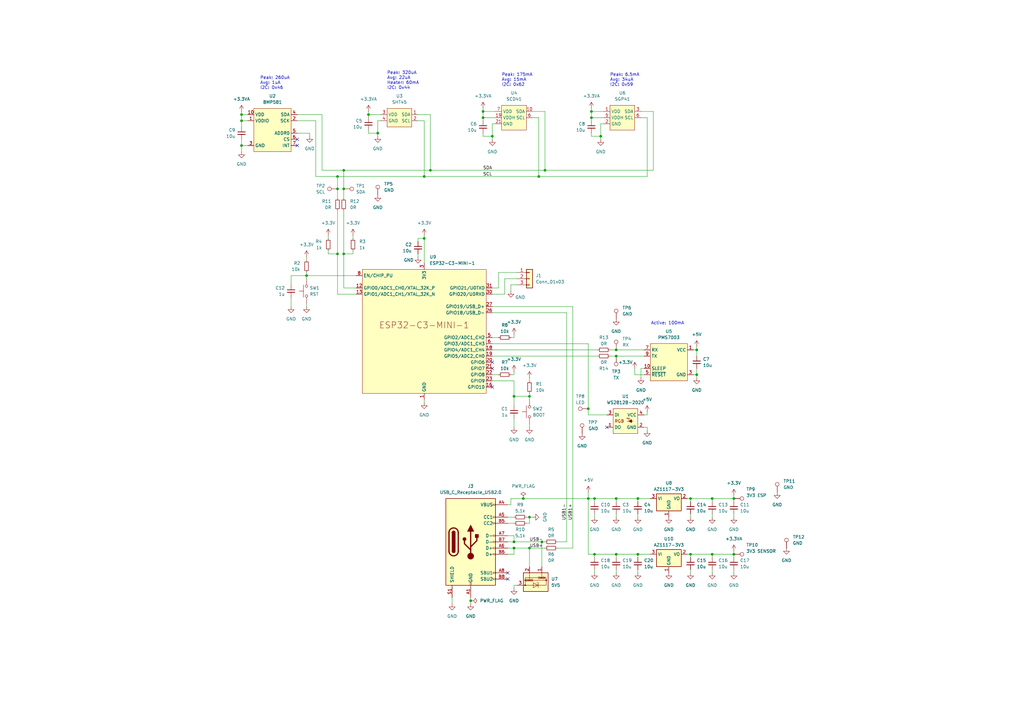
<source format=kicad_sch>
(kicad_sch (version 20230121) (generator eeschema)
  (paper "A3")
  (title_block (title "AirMonitor") (date "2023-12-09") (rev "1.0.0") (company "Jakub Jendryka"))
  (bus_alias "I2C" (members "SDA" "SCL"))
  (bus_alias "JTAG" (members "TCK" "TDI" "TDO" "TMS"))
  (bus_alias "UART0" (members "TXD0" "RXD0" "RTS#0" "DTR#0"))
  (bus_alias "UART1" (members "RXD1" "TXD1"))
  (junction (at 261.62 227.33))
  (junction (at 154.94 54.61))
  (junction (at 140.97 77.47))
  (junction (at 214.63 204.47))
  (junction (at 198.12 48.26))
  (junction (at 138.43 104.14))
  (junction (at 201.93 55.88))
  (junction (at 300.99 204.47))
  (junction (at 173.99 97.79))
  (junction (at 241.3 204.47))
  (junction (at 261.62 204.47))
  (junction (at 99.06 46.99))
  (junction (at 125.73 113.03))
  (junction (at 138.43 77.47))
  (junction (at 243.84 204.47))
  (junction (at 285.75 153.67))
  (junction (at 220.98 72.39))
  (junction (at 252.73 146.05))
  (junction (at 242.57 45.72))
  (junction (at 246.38 55.88))
  (junction (at 217.17 212.09))
  (junction (at 292.1 227.33))
  (junction (at 198.12 45.72))
  (junction (at 217.17 162.56))
  (junction (at 223.52 69.85))
  (junction (at 140.97 104.14))
  (junction (at 243.84 227.33))
  (junction (at 210.82 162.56))
  (junction (at 176.53 69.85))
  (junction (at 138.43 72.39))
  (junction (at 292.1 204.47))
  (junction (at 151.13 46.99))
  (junction (at 210.82 224.79))
  (junction (at 173.99 72.39))
  (junction (at 99.06 49.53))
  (junction (at 99.06 59.69))
  (junction (at 241.3 167.64))
  (junction (at 252.73 227.33))
  (junction (at 283.21 227.33))
  (junction (at 140.97 69.85))
  (junction (at 193.04 246.38))
  (junction (at 217.17 224.79))
  (junction (at 242.57 48.26))
  (junction (at 210.82 222.25))
  (junction (at 252.73 143.51))
  (junction (at 300.99 227.33))
  (junction (at 252.73 204.47))
  (junction (at 222.25 222.25))
  (junction (at 285.75 143.51))
  (junction (at 283.21 204.47))
  (no_connect (at 248.92 175.26))
  (no_connect (at 208.28 234.95))
  (no_connect (at 201.93 151.13))
  (no_connect (at 121.92 59.69))
  (no_connect (at 201.93 158.75))
  (no_connect (at 121.92 57.15))
  (no_connect (at 201.93 148.59))
  (no_connect (at 208.28 237.49))
  (wire (pts (xy 223.52 69.85) (xy 267.97 69.85)))
  (wire (pts (xy 300.99 227.33) (xy 300.99 228.6)))
  (wire (pts (xy 210.82 162.56) (xy 217.17 162.56)))
  (wire (pts (xy 252.73 210.82) (xy 252.73 212.09)))
  (wire (pts (xy 140.97 69.85) (xy 176.53 69.85)))
  (wire (pts (xy 265.43 168.91) (xy 265.43 170.18)))
  (wire (pts (xy 217.17 214.63) (xy 215.9 214.63)))
  (wire (pts (xy 300.99 226.06) (xy 300.99 227.33)))
  (wire (pts (xy 300.99 204.47) (xy 300.99 205.74)))
  (wire (pts (xy 210.82 152.4) (xy 210.82 153.67)))
  (wire (pts (xy 198.12 45.72) (xy 203.2 45.72)))
  (wire (pts (xy 201.93 118.11) (xy 204.47 118.11)))
  (wire (pts (xy 261.62 233.68) (xy 261.62 234.95)))
  (wire (pts (xy 285.75 151.13) (xy 285.75 153.67)))
  (wire (pts (xy 173.99 163.83) (xy 173.99 165.1)))
  (wire (pts (xy 228.6 224.79) (xy 234.95 224.79)))
  (wire (pts (xy 222.25 222.25) (xy 223.52 222.25)))
  (wire (pts (xy 243.84 227.33) (xy 252.73 227.33)))
  (wire (pts (xy 171.45 46.99) (xy 176.53 46.99)))
  (wire (pts (xy 246.38 50.8) (xy 247.65 50.8)))
  (wire (pts (xy 198.12 45.72) (xy 198.12 44.45)))
  (wire (pts (xy 252.73 227.33) (xy 261.62 227.33)))
  (wire (pts (xy 204.47 111.76) (xy 212.09 111.76)))
  (wire (pts (xy 210.82 214.63) (xy 208.28 214.63)))
  (wire (pts (xy 201.93 153.67) (xy 204.47 153.67)))
  (wire (pts (xy 210.82 162.56) (xy 210.82 156.21)))
  (wire (pts (xy 99.06 46.99) (xy 101.6 46.99)))
  (wire (pts (xy 261.62 204.47) (xy 266.7 204.47)))
  (wire (pts (xy 217.17 161.29) (xy 217.17 162.56)))
  (wire (pts (xy 119.38 113.03) (xy 119.38 116.84)))
  (wire (pts (xy 300.99 203.2) (xy 300.99 204.47)))
  (wire (pts (xy 242.57 54.61) (xy 242.57 55.88)))
  (wire (pts (xy 228.6 222.25) (xy 232.41 222.25)))
  (wire (pts (xy 217.17 212.09) (xy 218.44 212.09)))
  (wire (pts (xy 223.52 45.72) (xy 218.44 45.72)))
  (wire (pts (xy 220.98 72.39) (xy 173.99 72.39)))
  (wire (pts (xy 201.93 128.27) (xy 232.41 128.27)))
  (wire (pts (xy 243.84 204.47) (xy 252.73 204.47)))
  (wire (pts (xy 252.73 233.68) (xy 252.73 234.95)))
  (wire (pts (xy 204.47 118.11) (xy 204.47 111.76)))
  (wire (pts (xy 140.97 86.36) (xy 140.97 104.14)))
  (wire (pts (xy 173.99 49.53) (xy 173.99 72.39)))
  (wire (pts (xy 125.73 124.46) (xy 125.73 125.73)))
  (wire (pts (xy 125.73 113.03) (xy 119.38 113.03)))
  (wire (pts (xy 127 55.88) (xy 127 54.61)))
  (wire (pts (xy 285.75 142.24) (xy 285.75 143.51)))
  (wire (pts (xy 292.1 205.74) (xy 292.1 204.47)))
  (wire (pts (xy 193.04 246.38) (xy 193.04 245.11)))
  (wire (pts (xy 154.94 54.61) (xy 154.94 49.53)))
  (wire (pts (xy 99.06 46.99) (xy 99.06 45.72)))
  (wire (pts (xy 210.82 240.03) (xy 212.09 240.03)))
  (wire (pts (xy 223.52 69.85) (xy 223.52 45.72)))
  (wire (pts (xy 212.09 114.3) (xy 207.01 114.3)))
  (wire (pts (xy 151.13 46.99) (xy 156.21 46.99)))
  (wire (pts (xy 265.43 48.26) (xy 265.43 72.39)))
  (wire (pts (xy 140.97 118.11) (xy 140.97 104.14)))
  (wire (pts (xy 217.17 224.79) (xy 217.17 232.41)))
  (wire (pts (xy 283.21 204.47) (xy 281.94 204.47)))
  (wire (pts (xy 283.21 210.82) (xy 283.21 212.09)))
  (wire (pts (xy 193.04 247.65) (xy 193.04 246.38)))
  (wire (pts (xy 241.3 140.97) (xy 241.3 167.64)))
  (wire (pts (xy 210.82 137.16) (xy 210.82 138.43)))
  (wire (pts (xy 176.53 46.99) (xy 176.53 69.85)))
  (wire (pts (xy 125.73 113.03) (xy 125.73 114.3)))
  (wire (pts (xy 218.44 48.26) (xy 220.98 48.26)))
  (wire (pts (xy 217.17 173.99) (xy 217.17 175.26)))
  (wire (pts (xy 201.93 146.05) (xy 245.11 146.05)))
  (wire (pts (xy 208.28 222.25) (xy 210.82 222.25)))
  (wire (pts (xy 140.97 118.11) (xy 146.05 118.11)))
  (wire (pts (xy 144.78 104.14) (xy 144.78 102.87)))
  (wire (pts (xy 252.73 205.74) (xy 252.73 204.47)))
  (wire (pts (xy 154.94 55.88) (xy 154.94 54.61)))
  (wire (pts (xy 262.89 154.94) (xy 262.89 151.13)))
  (wire (pts (xy 261.62 228.6) (xy 261.62 227.33)))
  (wire (pts (xy 99.06 59.69) (xy 99.06 62.23)))
  (wire (pts (xy 151.13 46.99) (xy 151.13 45.72)))
  (wire (pts (xy 285.75 143.51) (xy 284.48 143.51)))
  (wire (pts (xy 261.62 205.74) (xy 261.62 204.47)))
  (wire (pts (xy 234.95 125.73) (xy 201.93 125.73)))
  (wire (pts (xy 261.62 210.82) (xy 261.62 212.09)))
  (wire (pts (xy 232.41 128.27) (xy 232.41 222.25)))
  (wire (pts (xy 241.3 167.64) (xy 241.3 170.18)))
  (wire (pts (xy 292.1 210.82) (xy 292.1 212.09)))
  (wire (pts (xy 252.73 204.47) (xy 261.62 204.47)))
  (wire (pts (xy 243.84 233.68) (xy 243.84 234.95)))
  (wire (pts (xy 243.84 210.82) (xy 243.84 212.09)))
  (wire (pts (xy 209.55 119.38) (xy 209.55 116.84)))
  (wire (pts (xy 220.98 72.39) (xy 265.43 72.39)))
  (wire (pts (xy 144.78 96.52) (xy 144.78 97.79)))
  (wire (pts (xy 151.13 53.34) (xy 151.13 54.61)))
  (wire (pts (xy 208.28 207.01) (xy 209.55 207.01)))
  (wire (pts (xy 151.13 54.61) (xy 154.94 54.61)))
  (wire (pts (xy 252.73 143.51) (xy 264.16 143.51)))
  (wire (pts (xy 151.13 46.99) (xy 151.13 48.26)))
  (wire (pts (xy 241.3 204.47) (xy 241.3 227.33)))
  (wire (pts (xy 246.38 55.88) (xy 246.38 50.8)))
  (wire (pts (xy 300.99 210.82) (xy 300.99 212.09)))
  (wire (pts (xy 283.21 227.33) (xy 281.94 227.33)))
  (wire (pts (xy 220.98 48.26) (xy 220.98 72.39)))
  (wire (pts (xy 134.62 104.14) (xy 138.43 104.14)))
  (wire (pts (xy 283.21 228.6) (xy 283.21 227.33)))
  (wire (pts (xy 198.12 48.26) (xy 198.12 49.53)))
  (wire (pts (xy 252.73 228.6) (xy 252.73 227.33)))
  (wire (pts (xy 241.3 140.97) (xy 201.93 140.97)))
  (wire (pts (xy 99.06 57.15) (xy 99.06 59.69)))
  (wire (pts (xy 241.3 227.33) (xy 243.84 227.33)))
  (wire (pts (xy 217.17 212.09) (xy 217.17 214.63)))
  (wire (pts (xy 210.82 227.33) (xy 210.82 224.79)))
  (wire (pts (xy 125.73 105.41) (xy 125.73 106.68)))
  (wire (pts (xy 138.43 104.14) (xy 138.43 120.65)))
  (wire (pts (xy 214.63 204.47) (xy 241.3 204.47)))
  (wire (pts (xy 260.35 151.13) (xy 260.35 153.67)))
  (wire (pts (xy 243.84 228.6) (xy 243.84 227.33)))
  (wire (pts (xy 243.84 205.74) (xy 243.84 204.47)))
  (wire (pts (xy 210.82 162.56) (xy 210.82 166.37)))
  (wire (pts (xy 210.82 222.25) (xy 210.82 219.71)))
  (wire (pts (xy 292.1 204.47) (xy 300.99 204.47)))
  (wire (pts (xy 140.97 77.47) (xy 140.97 81.28)))
  (wire (pts (xy 132.08 46.99) (xy 132.08 69.85)))
  (wire (pts (xy 242.57 45.72) (xy 242.57 44.45)))
  (wire (pts (xy 283.21 204.47) (xy 292.1 204.47)))
  (wire (pts (xy 292.1 228.6) (xy 292.1 227.33)))
  (wire (pts (xy 208.28 212.09) (xy 210.82 212.09)))
  (wire (pts (xy 210.82 224.79) (xy 208.28 224.79)))
  (wire (pts (xy 250.19 143.51) (xy 252.73 143.51)))
  (wire (pts (xy 222.25 232.41) (xy 222.25 222.25)))
  (wire (pts (xy 198.12 48.26) (xy 203.2 48.26)))
  (wire (pts (xy 129.54 72.39) (xy 138.43 72.39)))
  (wire (pts (xy 173.99 97.79) (xy 173.99 107.95)))
  (wire (pts (xy 201.93 55.88) (xy 201.93 50.8)))
  (wire (pts (xy 99.06 49.53) (xy 99.06 52.07)))
  (wire (pts (xy 285.75 143.51) (xy 285.75 146.05)))
  (wire (pts (xy 171.45 99.06) (xy 171.45 97.79)))
  (wire (pts (xy 264.16 175.26) (xy 265.43 175.26)))
  (wire (pts (xy 242.57 48.26) (xy 247.65 48.26)))
  (wire (pts (xy 154.94 49.53) (xy 156.21 49.53)))
  (wire (pts (xy 209.55 138.43) (xy 210.82 138.43)))
  (wire (pts (xy 217.17 154.94) (xy 217.17 156.21)))
  (wire (pts (xy 242.57 48.26) (xy 242.57 45.72)))
  (wire (pts (xy 209.55 116.84) (xy 212.09 116.84)))
  (wire (pts (xy 132.08 69.85) (xy 140.97 69.85)))
  (wire (pts (xy 300.99 233.68) (xy 300.99 234.95)))
  (wire (pts (xy 119.38 121.92) (xy 119.38 125.73)))
  (wire (pts (xy 99.06 59.69) (xy 101.6 59.69)))
  (wire (pts (xy 283.21 227.33) (xy 292.1 227.33)))
  (wire (pts (xy 262.89 151.13) (xy 264.16 151.13)))
  (wire (pts (xy 171.45 49.53) (xy 173.99 49.53)))
  (wire (pts (xy 260.35 153.67) (xy 264.16 153.67)))
  (wire (pts (xy 210.82 222.25) (xy 222.25 222.25)))
  (wire (pts (xy 285.75 153.67) (xy 284.48 153.67)))
  (wire (pts (xy 99.06 46.99) (xy 99.06 49.53)))
  (wire (pts (xy 209.55 153.67) (xy 210.82 153.67)))
  (wire (pts (xy 292.1 227.33) (xy 300.99 227.33)))
  (wire (pts (xy 138.43 72.39) (xy 173.99 72.39)))
  (wire (pts (xy 171.45 104.14) (xy 171.45 105.41)))
  (wire (pts (xy 171.45 97.79) (xy 173.99 97.79)))
  (wire (pts (xy 241.3 204.47) (xy 243.84 204.47)))
  (wire (pts (xy 210.82 241.3) (xy 210.82 240.03)))
  (wire (pts (xy 198.12 54.61) (xy 198.12 55.88)))
  (wire (pts (xy 138.43 86.36) (xy 138.43 104.14)))
  (wire (pts (xy 210.82 219.71) (xy 208.28 219.71)))
  (wire (pts (xy 292.1 233.68) (xy 292.1 234.95)))
  (wire (pts (xy 252.73 146.05) (xy 264.16 146.05)))
  (wire (pts (xy 262.89 45.72) (xy 267.97 45.72)))
  (wire (pts (xy 241.3 201.93) (xy 241.3 204.47)))
  (wire (pts (xy 217.17 224.79) (xy 223.52 224.79)))
  (wire (pts (xy 242.57 45.72) (xy 247.65 45.72)))
  (wire (pts (xy 127 54.61) (xy 121.92 54.61)))
  (wire (pts (xy 198.12 55.88) (xy 201.93 55.88)))
  (wire (pts (xy 283.21 233.68) (xy 283.21 234.95)))
  (wire (pts (xy 209.55 207.01) (xy 209.55 204.47)))
  (wire (pts (xy 261.62 227.33) (xy 266.7 227.33)))
  (wire (pts (xy 210.82 156.21) (xy 201.93 156.21)))
  (wire (pts (xy 207.01 120.65) (xy 201.93 120.65)))
  (wire (pts (xy 241.3 170.18) (xy 248.92 170.18)))
  (wire (pts (xy 140.97 69.85) (xy 140.97 77.47)))
  (wire (pts (xy 125.73 113.03) (xy 125.73 111.76)))
  (wire (pts (xy 138.43 72.39) (xy 138.43 77.47)))
  (wire (pts (xy 246.38 57.15) (xy 246.38 55.88)))
  (wire (pts (xy 265.43 170.18) (xy 264.16 170.18)))
  (wire (pts (xy 265.43 175.26) (xy 265.43 176.53)))
  (wire (pts (xy 201.93 138.43) (xy 204.47 138.43)))
  (wire (pts (xy 146.05 120.65) (xy 138.43 120.65)))
  (wire (pts (xy 173.99 96.52) (xy 173.99 97.79)))
  (wire (pts (xy 140.97 104.14) (xy 144.78 104.14)))
  (wire (pts (xy 262.89 48.26) (xy 265.43 48.26)))
  (wire (pts (xy 242.57 55.88) (xy 246.38 55.88)))
  (wire (pts (xy 134.62 102.87) (xy 134.62 104.14)))
  (wire (pts (xy 125.73 113.03) (xy 146.05 113.03)))
  (wire (pts (xy 242.57 48.26) (xy 242.57 49.53)))
  (wire (pts (xy 234.95 224.79) (xy 234.95 125.73)))
  (wire (pts (xy 210.82 171.45) (xy 210.82 175.26)))
  (wire (pts (xy 121.92 49.53) (xy 129.54 49.53)))
  (wire (pts (xy 201.93 57.15) (xy 201.93 55.88)))
  (wire (pts (xy 99.06 49.53) (xy 101.6 49.53)))
  (wire (pts (xy 283.21 205.74) (xy 283.21 204.47)))
  (wire (pts (xy 201.93 50.8) (xy 203.2 50.8)))
  (wire (pts (xy 134.62 96.52) (xy 134.62 97.79)))
  (wire (pts (xy 198.12 48.26) (xy 198.12 45.72)))
  (wire (pts (xy 208.28 227.33) (xy 210.82 227.33)))
  (wire (pts (xy 223.52 69.85) (xy 176.53 69.85)))
  (wire (pts (xy 215.9 212.09) (xy 217.17 212.09)))
  (wire (pts (xy 207.01 114.3) (xy 207.01 120.65)))
  (wire (pts (xy 185.42 247.65) (xy 185.42 245.11)))
  (wire (pts (xy 250.19 146.05) (xy 252.73 146.05)))
  (wire (pts (xy 201.93 143.51) (xy 245.11 143.51)))
  (wire (pts (xy 209.55 204.47) (xy 214.63 204.47)))
  (wire (pts (xy 121.92 46.99) (xy 132.08 46.99)))
  (wire (pts (xy 267.97 45.72) (xy 267.97 69.85)))
  (wire (pts (xy 138.43 77.47) (xy 138.43 81.28)))
  (wire (pts (xy 217.17 162.56) (xy 217.17 163.83)))
  (wire (pts (xy 210.82 224.79) (xy 217.17 224.79)))
  (wire (pts (xy 129.54 49.53) (xy 129.54 72.39)))
  (wire (pts (xy 285.75 154.94) (xy 285.75 153.67)))
  (text "Peak: 175mA\nAvg: 15mA\nI2C: 0x62" (at 205.74 35.56 0) (effects (font (size 1.27 1.27)) (justify left bottom)))
  (text "Peak: 6.5mA\nAvg: 34uA\nI2C: 0x59" (at 250.19 35.56 0) (effects (font (size 1.27 1.27)) (justify left bottom)))
  (text "Active: 100mA" (at 280.67 133.35 0) (effects (font (size 1.27 1.27)) (justify right bottom)))
  (text "Peak: 260uA\nAvg: 1uA\nI2C: 0x46" (at 106.68 36.83 0) (effects (font (size 1.27 1.27)) (justify left bottom)))
  (text "Peak: 320uA\nAvg: 22uA\nHeater: 60mA\nI2C: 0x44" (at 158.75 36.83 0) (effects (font (size 1.27 1.27)) (justify left bottom)))
  (label "USB1-" (at 232.41 213.36 90))
  (label "SDA" (at 198.12 69.85 0))
  (label "USB+" (at 217.17 224.79 0))
  (label "USB1+" (at 234.95 213.36 90))
  (label "SCL" (at 198.12 72.39 0))
  (label "USB-" (at 217.17 222.25 0))
  (symbol (lib_id "power:GND") (at 99.06 62.23 0) (unit 1)
    (property "Reference" "#PWR019" (effects hide))
    (property "Value" "GND" (at 99.06 67.31 0))
  )
  (symbol (lib_id "power:GND") (at 261.62 234.95 0) (mirror y) (unit 1)
    (property "Reference" "#PWR049" (effects hide))
    (property "Value" "GND" (at 261.62 240.03 0))
  )
  (symbol (lib_id "Device:R_Small") (at 140.97 83.82 0) (unit 1)
    (property "Reference" "R12" (at 143.51 82.55 0) (effects (justify left)))
    (property "Value" "0R" (at 143.51 85.09 0) (effects (justify left)))
    (property "Footprint" "Resistor_SMD:R_0402_1005Metric_Pad0.72x0.64mm_HandSolder" (effects hide))
  )
  (symbol (lib_id "Device:C_Small") (at 292.1 208.28 0) (unit 1)
    (property "Reference" "C13" (at 294.64 207.01 0) (effects (justify left)))
    (property "Value" "10u" (at 294.64 209.55 0) (effects (justify left)))
    (property "Footprint" "Capacitor_SMD:C_0805_2012Metric" (effects hide))
  )
  (symbol (lib_id "Device:R_Small") (at 138.43 83.82 180) (unit 1)
    (property "Reference" "R11" (at 135.89 82.55 0) (effects (justify left)))
    (property "Value" "0R" (at 135.89 85.09 0) (effects (justify left)))
    (property "Footprint" "Resistor_SMD:R_0402_1005Metric_Pad0.72x0.64mm_HandSolder" (effects hide))
  )
  (symbol (lib_id "Device:C_Small") (at 243.84 231.14 0) (unit 1)
    (property "Reference" "C18" (at 246.38 229.87 0) (effects (justify left)))
    (property "Value" "10u" (at 246.38 232.41 0) (effects (justify left)))
    (property "Footprint" "Capacitor_SMD:C_0805_2012Metric" (effects hide))
  )
  (symbol (lib_id "MEMS_Electromechanical:TestPoint") (at 238.76 177.8 0) (unit 1) (in_bom no)
    (property "Reference" "TP7" (at 241.3 173.228 0) (effects (justify left)))
    (property "Value" "GND" (at 241.3 175.768 0) (effects (justify left)))
    (property "Footprint" "MEMS_Custom:TestPoint_Pad_D1.0mm" (effects hide))
  )
  (symbol (lib_id "power:PWR_FLAG") (at 193.04 246.38 270) (unit 1)
    (property "Reference" "#FLG02" (effects hide))
    (property "Value" "PWR_FLAG" (at 196.85 246.38 90) (effects (justify left)))
  )
  (symbol (lib_id "MEMS_Electromechanical:TestPoint") (at 140.97 77.47 270) (unit 1) (in_bom no)
    (property "Reference" "TP1" (at 146.05 76.2 90) (effects (justify left)))
    (property "Value" "SDA" (at 146.05 78.74 90) (effects (justify left)))
    (property "Footprint" "MEMS_Custom:TestPoint_Pad_D1.0mm" (effects hide))
  )
  (symbol (lib_id "MEMS_Electromechanical:TestPoint") (at 300.99 204.47 270) (unit 1) (in_bom no)
    (property "Reference" "TP9" (at 306.07 200.66 90) (effects (justify left)))
    (property "Value" "3V3 ESP" (at 306.07 203.2 90) (effects (justify left)))
    (property "Footprint" "MEMS_Custom:TestPoint_Pad_D1.0mm" (effects hide))
  )
  (symbol (lib_id "power:GND") (at 274.32 212.09 0) (mirror y) (unit 1)
    (property "Reference" "#PWR021" (effects hide))
    (property "Value" "GND" (at 274.32 217.17 0))
  )
  (symbol (lib_id "Device:R_Small") (at 247.65 143.51 90) (unit 1)
    (property "Reference" "R13" (at 247.65 138.43 90))
    (property "Value" "0R" (at 247.65 140.97 90))
    (property "Footprint" "Resistor_SMD:R_0402_1005Metric_Pad0.72x0.64mm_HandSolder" (effects hide))
  )
  (symbol (lib_id "power:GND") (at 201.93 57.15 0) (unit 1)
    (property "Reference" "#PWR013" (effects hide))
    (property "Value" "GND" (at 201.93 62.23 0))
  )
  (symbol (lib_id "power:GND") (at 262.89 154.94 0) (mirror y) (unit 1)
    (property "Reference" "#PWR028" (effects hide))
    (property "Value" "GND" (at 262.89 160.02 0))
  )
  (symbol (lib_id "power:GND") (at 185.42 247.65 0) (unit 1)
    (property "Reference" "#PWR06" (effects hide))
    (property "Value" "GND" (at 185.42 252.73 0))
  )
  (symbol (lib_id "power:GND") (at 283.21 234.95 0) (mirror y) (unit 1)
    (property "Reference" "#PWR043" (effects hide))
    (property "Value" "GND" (at 283.21 240.03 0))
  )
  (symbol (lib_id "power:GND") (at 265.43 176.53 0) (unit 1)
    (property "Reference" "#PWR036" (effects hide))
    (property "Value" "GND" (at 265.43 181.61 0))
  )
  (symbol (lib_id "power:GND") (at 285.75 154.94 0) (mirror y) (unit 1)
    (property "Reference" "#PWR014" (effects hide))
    (property "Value" "GND" (at 285.75 160.02 0))
  )
  (symbol (lib_id "Device:R_Small") (at 207.01 138.43 90) (mirror x) (unit 1)
    (property "Reference" "R8" (at 207.01 133.35 90))
    (property "Value" "10k" (at 207.01 135.89 90))
    (property "Footprint" "Resistor_SMD:R_0805_2012Metric" (effects hide))
  )
  (symbol (lib_id "MEMS_Electromechanical:TestPoint") (at 252.73 130.81 0) (unit 1) (in_bom no)
    (property "Reference" "TP6" (at 255.27 126.238 0) (effects (justify left)))
    (property "Value" "GND" (at 255.27 128.778 0) (effects (justify left)))
    (property "Footprint" "MEMS_Custom:TestPoint_Pad_D1.0mm" (effects hide))
  )
  (symbol (lib_id "power:GND") (at 173.99 165.1 0) (unit 1)
    (property "Reference" "#PWR02" (effects hide))
    (property "Value" "GND" (at 173.99 170.18 0))
  )
  (symbol (lib_id "MEMS_Sensor:SGP41") (at 255.27 48.26 0) (unit 1)
    (property "Reference" "U6" (at 255.27 38.1 0))
    (property "Value" "SGP41" (at 255.27 40.64 0))
    (property "Footprint" "MEMS_IC:DFN-6_EP_2.44x2.44_Pitch0.8mm" (effects hide))
    (property "Datasheet" "https://sensirion.com/media/documents/5FE8673C/61E96F50/Sensirion_Gas_Sensors_Datasheet_SGP41.pdf" (effects hide))
    (property "MPN" "SGP41-D-R4" (effects hide))
    (property "Mouser" "403-SGP41-D-R4" (effects hide))
  )
  (symbol (lib_id "power:PWR_FLAG") (at 214.63 204.47 0) (unit 1)
    (property "Reference" "#FLG01" (effects hide))
    (property "Value" "PWR_FLAG" (at 214.63 199.39 0))
  )
  (symbol (lib_id "MEMS_Electromechanical:TestPoint") (at 252.73 143.51 0) (unit 1) (in_bom no)
    (property "Reference" "TP4" (at 255.27 138.938 0) (effects (justify left)))
    (property "Value" "RX" (at 255.27 141.478 0) (effects (justify left)))
    (property "Footprint" "MEMS_Custom:TestPoint_Pad_D1.0mm" (effects hide))
  )
  (symbol (lib_id "Device:R_Small") (at 134.62 100.33 0) (mirror x) (unit 1)
    (property "Reference" "R4" (at 132.08 99.06 0) (effects (justify right)))
    (property "Value" "1k" (at 132.08 101.6 0) (effects (justify right)))
    (property "Footprint" "Resistor_SMD:R_0805_2012Metric" (effects hide))
  )
  (symbol (lib_id "power:GND") (at 318.77 201.93 0) (unit 1)
    (property "Reference" "#PWR054" (effects hide))
    (property "Value" "GND" (at 318.77 207.01 0))
  )
  (symbol (lib_id "Device:C_Small") (at 283.21 208.28 0) (unit 1)
    (property "Reference" "C14" (at 285.75 207.01 0) (effects (justify left)))
    (property "Value" "10u" (at 285.75 209.55 0) (effects (justify left)))
    (property "Footprint" "Capacitor_SMD:C_0805_2012Metric" (effects hide))
  )
  (symbol (lib_id "Device:C_Small") (at 300.99 231.14 0) (unit 1)
    (property "Reference" "C17" (at 303.53 229.87 0) (effects (justify left)))
    (property "Value" "10u" (at 303.53 232.41 0) (effects (justify left)))
    (property "Footprint" "Capacitor_SMD:C_0805_2012Metric" (effects hide))
  )
  (symbol (lib_id "MEMS_IC:WS2812B-2020") (at 256.54 172.72 0) (mirror y) (unit 1)
    (property "Reference" "U1" (at 256.54 162.56 0))
    (property "Value" "WS2812B-2020" (at 256.54 165.1 0))
    (property "Footprint" "MEMS_IC:WS2812B-2020" (effects hide))
    (property "Datasheet" "https://www.mouser.pl/datasheet/2/737/4684_WS2812B_2020_V1_3_EN-1900866.pdf" (effects hide))
    (property "MPN" "4684" (effects hide))
    (property "Mouser" "485-4684 - THIS IS A 10x PACK" (effects hide))
  )
  (symbol (lib_id "power:GND") (at 119.38 125.73 0) (unit 1)
    (property "Reference" "#PWR031" (effects hide))
    (property "Value" "GND" (at 119.38 130.81 0))
  )
  (symbol (lib_id "Device:R_Small") (at 226.06 224.79 270) (unit 1)
    (property "Reference" "R6" (at 226.06 227.33 90))
    (property "Value" "0R" (at 226.06 229.87 90))
    (property "Footprint" "Resistor_SMD:R_0402_1005Metric_Pad0.72x0.64mm_HandSolder" (effects hide))
  )
  (symbol (lib_id "MEMS_Protection:D_TVS_TPD2E2U06DCKR") (at 219.71 240.03 270) (unit 1)
    (property "Reference" "U7" (at 226.06 237.49 90) (effects (justify left)))
    (property "Value" "5V5" (at 226.06 240.03 90) (effects (justify left)))
    (property "Footprint" "Package_TO_SOT_SMD:SOT-323_SC-70" (effects hide))
    (property "Datasheet" "http://www.ti.com/lit/ds/symlink/tpd2e2u06.pdf" (effects hide))
    (property "MPN" "TPD2E2U06DCKR" (effects hide))
    (property "Mouser" "595-TPD2E2U06DCKR" (effects hide))
  )
  (symbol (lib_id "power:GND") (at 274.32 234.95 0) (mirror y) (unit 1)
    (property "Reference" "#PWR042" (effects hide))
    (property "Value" "GND" (at 274.32 240.03 0))
  )
  (symbol (lib_id "power:GND") (at 154.94 80.01 0) (unit 1)
    (property "Reference" "#PWR051" (effects hide))
    (property "Value" "GND" (at 154.94 85.09 0))
  )
  (symbol (lib_id "power:+5V") (at 285.75 142.24 0) (mirror y) (unit 1)
    (property "Reference" "#PWR017" (effects hide))
    (property "Value" "+5V" (at 285.75 137.16 0))
  )
  (symbol (lib_id "Device:C_Small") (at 252.73 231.14 0) (unit 1)
    (property "Reference" "C19" (at 255.27 229.87 0) (effects (justify left)))
    (property "Value" "10u" (at 255.27 232.41 0) (effects (justify left)))
    (property "Footprint" "Capacitor_SMD:C_0805_2012Metric" (effects hide))
  )
  (symbol (lib_id "Device:C_Small") (at 171.45 101.6 0) (mirror y) (unit 1)
    (property "Reference" "C2" (at 168.91 100.33 0) (effects (justify left)))
    (property "Value" "10u" (at 168.91 102.87 0) (effects (justify left)))
    (property "Footprint" "Capacitor_SMD:C_0805_2012Metric" (effects hide))
  )
  (symbol (lib_id "Device:C_Small") (at 300.99 208.28 0) (unit 1)
    (property "Reference" "C11" (at 303.53 207.01 0) (effects (justify left)))
    (property "Value" "10u" (at 303.53 209.55 0) (effects (justify left)))
    (property "Footprint" "Capacitor_SMD:C_0805_2012Metric" (effects hide))
  )
  (symbol (lib_id "MEMS_Electromechanical:TestPoint") (at 318.77 201.93 0) (unit 1) (in_bom no)
    (property "Reference" "TP11" (at 321.31 197.358 0) (effects (justify left)))
    (property "Value" "GND" (at 321.31 199.898 0) (effects (justify left)))
    (property "Footprint" "MEMS_Custom:TestPoint_Pad_D1.0mm" (effects hide))
  )
  (symbol (lib_id "MEMS_Sensor:PMS7003") (at 274.32 151.13 0) (mirror y) (unit 1)
    (property "Reference" "U5" (at 274.32 135.89 0))
    (property "Value" "PMS7003" (at 274.32 138.43 0))
    (property "Footprint" "MEMS_Other:PMS7003" (effects hide))
    (property "Datasheet" "https://botland.com.pl/index.php?controller=attachment&id_attachment=2182" (effects hide))
    (property "MPN" "PMS7003 + 20021311-00010T4LF" (effects hide))
    (property "Mouser" "649-221311-00010T4LF" (effects hide))
  )
  (symbol (lib_id "power:+3.3VA") (at 300.99 226.06 0) (unit 1)
    (property "Reference" "#PWR045" (effects hide))
    (property "Value" "+3.3VA" (at 300.99 220.98 0))
  )
  (symbol (lib_id "MEMS_Electromechanical:TestPoint") (at 300.99 227.33 270) (unit 1) (in_bom no)
    (property "Reference" "TP10" (at 306.07 223.52 90) (effects (justify left)))
    (property "Value" "3V3 SENSOR" (at 306.07 226.06 90) (effects (justify left)))
    (property "Footprint" "MEMS_Custom:TestPoint_Pad_D1.0mm" (effects hide))
  )
  (symbol (lib_id "power:GND") (at 209.55 119.38 0) (unit 1)
    (property "Reference" "#PWR025" (effects hide))
    (property "Value" "GND" (at 213.36 121.92 0))
  )
  (symbol (lib_id "power:+3.3V") (at 144.78 96.52 0) (unit 1)
    (property "Reference" "#PWR026" (effects hide))
    (property "Value" "+3.3V" (at 144.78 91.44 0))
  )
  (symbol (lib_id "MEMS_Sensor:SHT45") (at 163.83 49.53 0) (unit 1)
    (property "Reference" "U3" (at 163.83 39.37 0))
    (property "Value" "SHT45" (at 163.83 41.91 0))
    (property "Footprint" "MEMS_IC:SHT4x" (effects hide))
    (property "Datasheet" "https://sensirion.com/media/documents/33FD6951/6555C40E/Sensirion_Datasheet_SHT4x.pdf" (effects hide))
    (property "MPN" "SHT45-AD1F-R2" (effects hide))
    (property "Mouser" "403-SHT45-AD1F-R2" (effects hide))
  )
  (symbol (lib_id "power:+3.3V") (at 300.99 203.2 0) (unit 1)
    (property "Reference" "#PWR050" (effects hide))
    (property "Value" "+3.3V" (at 300.99 198.12 0))
  )
  (symbol (lib_id "power:+3.3V") (at 210.82 137.16 0) (unit 1)
    (property "Reference" "#PWR024" (effects hide))
    (property "Value" "+3.3V" (at 210.82 132.08 0))
  )
  (symbol (lib_id "power:+3.3VA") (at 99.06 45.72 0) (unit 1)
    (property "Reference" "#PWR018" (effects hide))
    (property "Value" "+3.3VA" (at 99.06 40.64 0))
  )
  (symbol (lib_id "PCM_Espressif:ESP32-C3-MINI-1") (at 173.99 135.89 0) (unit 1)
    (property "Reference" "U9" (at 176.1841 105.41 0) (effects (justify left)))
    (property "Value" "ESP32-C3-MINI-1" (at 176.1841 107.95 0) (effects (justify left)))
    (property "Footprint" "PCM_Espressif:ESP32-C3-MINI-1" (effects hide))
    (property "Datasheet" "https://www.espressif.com/sites/default/files/documentation/esp32-c3-mini-1_datasheet_en.pdf" (effects hide))
    (property "MPN" "ESP32-C3-MINI-1-N4" (effects hide))
    (property "Mouser" "356-ESP32-C3-MINI1N4" (effects hide))
  )
  (symbol (lib_id "Device:C_Small") (at 285.75 148.59 0) (unit 1)
    (property "Reference" "C7" (at 288.29 147.3263 0) (effects (justify left)))
    (property "Value" "10u" (at 288.29 149.8663 0) (effects (justify left)))
    (property "Footprint" "Capacitor_SMD:C_0805_2012Metric" (effects hide))
  )
  (symbol (lib_id "power:GND") (at 125.73 125.73 0) (unit 1)
    (property "Reference" "#PWR029" (effects hide))
    (property "Value" "GND" (at 125.73 130.81 0))
  )
  (symbol (lib_id "Device:R_Small") (at 207.01 153.67 90) (mirror x) (unit 1)
    (property "Reference" "R7" (at 207.01 148.59 90))
    (property "Value" "10k" (at 207.01 151.13 90))
    (property "Footprint" "Resistor_SMD:R_0805_2012Metric" (effects hide))
  )
  (symbol (lib_id "Device:R_Small") (at 247.65 146.05 270) (unit 1)
    (property "Reference" "R14" (at 247.65 151.13 90))
    (property "Value" "0R" (at 247.65 148.59 90))
    (property "Footprint" "Resistor_SMD:R_0402_1005Metric_Pad0.72x0.64mm_HandSolder" (effects hide))
  )
  (symbol (lib_id "Device:C_Small") (at 292.1 231.14 0) (unit 1)
    (property "Reference" "C16" (at 294.64 229.87 0) (effects (justify left)))
    (property "Value" "10u" (at 294.64 232.41 0) (effects (justify left)))
    (property "Footprint" "Capacitor_SMD:C_0805_2012Metric" (effects hide))
  )
  (symbol (lib_id "Device:C_Small") (at 283.21 231.14 0) (unit 1)
    (property "Reference" "C15" (at 285.75 229.87 0) (effects (justify left)))
    (property "Value" "10u" (at 285.75 232.41 0) (effects (justify left)))
    (property "Footprint" "Capacitor_SMD:C_0805_2012Metric" (effects hide))
  )
  (symbol (lib_id "power:+3.3V") (at 173.99 96.52 0) (unit 1)
    (property "Reference" "#PWR03" (effects hide))
    (property "Value" "+3.3V" (at 173.99 91.44 0))
  )
  (symbol (lib_id "power:GND") (at 292.1 212.09 0) (mirror y) (unit 1)
    (property "Reference" "#PWR040" (effects hide))
    (property "Value" "GND" (at 292.1 217.17 0))
  )
  (symbol (lib_id "Device:C_Small") (at 242.57 52.07 0) (mirror y) (unit 1)
    (property "Reference" "C8" (at 240.03 50.8063 0) (effects (justify left)))
    (property "Value" "10u" (at 240.03 53.3463 0) (effects (justify left)))
    (property "Footprint" "Capacitor_SMD:C_0805_2012Metric" (effects hide))
  )
  (symbol (lib_id "Device:C_Small") (at 210.82 168.91 0) (mirror y) (unit 1)
    (property "Reference" "C1" (at 208.28 167.6463 0) (effects (justify left)))
    (property "Value" "1u" (at 208.28 170.1863 0) (effects (justify left)))
    (property "Footprint" "Capacitor_SMD:C_0805_2012Metric" (effects hide))
  )
  (symbol (lib_id "power:+3.3VA") (at 151.13 45.72 0) (unit 1)
    (property "Reference" "#PWR010" (effects hide))
    (property "Value" "+3.3VA" (at 151.13 40.64 0))
  )
  (symbol (lib_id "power:+3.3V") (at 134.62 96.52 0) (unit 1)
    (property "Reference" "#PWR033" (effects hide))
    (property "Value" "+3.3V" (at 134.62 91.44 0))
  )
  (symbol (lib_id "Connector:USB_C_Receptacle_USB2.0") (at 193.04 222.25 0) (unit 1)
    (property "Reference" "J3" (at 193.04 199.39 0))
    (property "Value" "USB_C_Receptacle_USB2.0" (at 193.04 201.93 0))
    (property "Footprint" "MEMS_Passive:USB4105-GF-A" (effects hide))
    (property "Datasheet" "https://www.mouser.pl/datasheet/2/837/Global_Connector_Technology_usb4105-3106202.pdf" (effects hide))
    (property "MPN" "USB4105-GF-A-120" (effects hide))
    (property "Mouser" "640-USB4105-GF-A-120" (effects hide))
  )
  (symbol (lib_id "power:+3.3V") (at 125.73 105.41 0) (unit 1)
    (property "Reference" "#PWR032" (effects hide))
    (property "Value" "+3.3V" (at 125.73 100.33 0))
  )
  (symbol (lib_id "Device:C_Small") (at 252.73 208.28 0) (unit 1)
    (property "Reference" "C3" (at 255.27 207.01 0) (effects (justify left)))
    (property "Value" "10u" (at 255.27 209.55 0) (effects (justify left)))
    (property "Footprint" "Capacitor_SMD:C_0805_2012Metric" (effects hide))
  )
  (symbol (lib_id "power:GND") (at 127 55.88 0) (unit 1)
    (property "Reference" "#PWR020" (effects hide))
    (property "Value" "GND" (at 127 60.96 0))
  )
  (symbol (lib_id "power:GND") (at 252.73 234.95 0) (mirror y) (unit 1)
    (property "Reference" "#PWR048" (effects hide))
    (property "Value" "GND" (at 252.73 240.03 0))
  )
  (symbol (lib_id "power:+5V") (at 241.3 201.93 0) (unit 1)
    (property "Reference" "#PWR09" (effects hide))
    (property "Value" "+5V" (at 241.3 196.85 0))
  )
  (symbol (lib_id "Device:C_Small") (at 261.62 231.14 0) (unit 1)
    (property "Reference" "C20" (at 264.16 229.87 0) (effects (justify left)))
    (property "Value" "10u" (at 264.16 232.41 0) (effects (justify left)))
    (property "Footprint" "Capacitor_SMD:C_0805_2012Metric" (effects hide))
  )
  (symbol (lib_id "power:GND") (at 210.82 241.3 0) (unit 1)
    (property "Reference" "#PWR038" (effects hide))
    (property "Value" "GND" (at 210.82 246.38 0))
  )
  (symbol (lib_id "Device:R_Small") (at 226.06 222.25 90) (unit 1)
    (property "Reference" "R5" (at 226.06 217.17 90))
    (property "Value" "0R" (at 226.06 219.71 90))
    (property "Footprint" "Resistor_SMD:R_0402_1005Metric_Pad0.72x0.64mm_HandSolder" (effects hide))
  )
  (symbol (lib_id "power:GND") (at 171.45 105.41 0) (unit 1)
    (property "Reference" "#PWR04" (effects hide))
    (property "Value" "GND" (at 167.64 106.68 0))
  )
  (symbol (lib_id "power:GND") (at 217.17 175.26 0) (unit 1)
    (property "Reference" "#PWR030" (effects hide))
    (property "Value" "GND" (at 217.17 180.34 0))
  )
  (symbol (lib_id "power:GND") (at 243.84 212.09 0) (mirror y) (unit 1)
    (property "Reference" "#PWR022" (effects hide))
    (property "Value" "GND" (at 243.84 217.17 0))
  )
  (symbol (lib_id "MEMS_IC:AZ1117IH-3.3TRG1-SOT223") (at 274.32 204.47 0) (unit 1)
    (property "Reference" "U8" (at 274.32 198.12 0))
    (property "Value" "AZ1117-3V3" (at 274.32 200.66 0))
    (property "Footprint" "Package_TO_SOT_SMD:SOT-223-3_TabPin2" (effects hide))
    (property "Datasheet" "https://www.mouser.pl/datasheet/2/115/AZ1117I-1113551.pdf" (effects hide))
    (property "MPN" "AZ1117IH-3.3TRG1" (effects hide))
    (property "Mouser" "621-AZ1117IH-3.3TRG1" (effects hide))
  )
  (symbol (lib_id "power:GND") (at 300.99 234.95 0) (mirror y) (unit 1)
    (property "Reference" "#PWR046" (effects hide))
    (property "Value" "GND" (at 300.99 240.03 0))
  )
  (symbol (lib_id "Connector_Generic:Conn_01x03") (at 217.17 114.3 0) (unit 1)
    (property "Reference" "J1" (at 219.71 113.03 0) (effects (justify left)))
    (property "Value" "Conn_01x03" (at 219.71 115.57 0) (effects (justify left)))
    (property "Footprint" "Connector_PinHeader_2.54mm:PinHeader_1x03_P2.54mm_Vertical_SMD_Pin1Left" (effects hide))
    (property "MPN" "NO_MPN" (effects hide))
  )
  (symbol (lib_id "power:GND") (at 238.76 177.8 0) (unit 1)
    (property "Reference" "#PWR053" (effects hide))
    (property "Value" "GND" (at 238.76 182.88 0))
  )
  (symbol (lib_id "Device:C_Small") (at 198.12 52.07 0) (mirror y) (unit 1)
    (property "Reference" "C6" (at 195.58 50.8063 0) (effects (justify left)))
    (property "Value" "10u" (at 195.58 53.3463 0) (effects (justify left)))
    (property "Footprint" "Capacitor_SMD:C_0805_2012Metric" (effects hide))
  )
  (symbol (lib_id "Device:C_Small") (at 261.62 208.28 0) (unit 1)
    (property "Reference" "C4" (at 264.16 207.01 0) (effects (justify left)))
    (property "Value" "10u" (at 264.16 209.55 0) (effects (justify left)))
    (property "Footprint" "Capacitor_SMD:C_0805_2012Metric" (effects hide))
  )
  (symbol (lib_id "power:GND") (at 154.94 55.88 0) (unit 1)
    (property "Reference" "#PWR011" (effects hide))
    (property "Value" "GND" (at 154.94 60.96 0))
  )
  (symbol (lib_id "power:+3.3V") (at 210.82 152.4 0) (unit 1)
    (property "Reference" "#PWR039" (effects hide))
    (property "Value" "+3.3V" (at 210.82 147.32 0))
  )
  (symbol (lib_id "Device:R_Small") (at 217.17 158.75 180) (unit 1)
    (property "Reference" "R1" (at 219.71 157.48 0) (effects (justify right)))
    (property "Value" "10k" (at 219.71 160.02 0) (effects (justify right)))
    (property "Footprint" "Resistor_SMD:R_0805_2012Metric" (effects hide))
  )
  (symbol (lib_id "MEMS_Electromechanical:SW_Push_Tact_B3S-1000") (at 125.73 119.38 90) (unit 1)
    (property "Reference" "SW1" (at 127 118.11 90) (effects (justify right)))
    (property "Value" "RST" (at 127 120.65 90) (effects (justify right)))
    (property "Footprint" "Button_Switch_SMD:SW_SPST_B3S-1000" (effects hide))
    (property "Datasheet" "https://www.mouser.com/datasheet/2/307/en_b3s-1221332.pdf" (effects hide))
    (property "Mouser" "653-B3S-1000" (effects hide))
    (property "MPN" "B3S-1000" (effects hide))
  )
  (symbol (lib_id "Device:R_Small") (at 213.36 214.63 270) (unit 1)
    (property "Reference" "R10" (at 213.36 217.17 90))
    (property "Value" "5.1k" (at 213.36 219.71 90))
    (property "Footprint" "Resistor_SMD:R_0805_2012Metric" (effects hide))
  )
  (symbol (lib_id "MEMS_Electromechanical:TestPoint") (at 154.94 80.01 0) (unit 1) (in_bom no)
    (property "Reference" "TP5" (at 157.48 75.438 0) (effects (justify left)))
    (property "Value" "GND" (at 157.48 77.978 0) (effects (justify left)))
    (property "Footprint" "MEMS_Custom:TestPoint_Pad_D1.0mm" (effects hide))
  )
  (symbol (lib_id "Device:C_Small") (at 99.06 54.61 0) (mirror y) (unit 1)
    (property "Reference" "C9" (at 96.52 53.3463 0) (effects (justify left)))
    (property "Value" "10u" (at 96.52 55.8863 0) (effects (justify left)))
    (property "Footprint" "Capacitor_SMD:C_0805_2012Metric" (effects hide))
  )
  (symbol (lib_id "power:+3.3VA") (at 242.57 44.45 0) (unit 1)
    (property "Reference" "#PWR015" (effects hide))
    (property "Value" "+3.3VA" (at 242.57 39.37 0))
  )
  (symbol (lib_id "MEMS_Sensor:SCD41") (at 210.82 48.26 0) (unit 1)
    (property "Reference" "U4" (at 210.82 38.1 0))
    (property "Value" "SCD41" (at 210.82 40.64 0))
    (property "Footprint" "MEMS_IC:SCD4x" (effects hide))
    (property "Datasheet" "https://sensirion.com/media/documents/48C4B7FB/64C134E7/Sensirion_SCD4x_Datasheet.pdf" (effects hide))
    (property "MPN" "SCD41-D-R2" (effects hide))
    (property "Mouser" "403-SCD41-D-R2" (effects hide))
  )
  (symbol (lib_id "power:+3.3VA") (at 198.12 44.45 0) (unit 1)
    (property "Reference" "#PWR012" (effects hide))
    (property "Value" "+3.3VA" (at 198.12 39.37 0))
  )
  (symbol (lib_id "Device:R_Small") (at 144.78 100.33 180) (unit 1)
    (property "Reference" "R3" (at 147.32 99.06 0) (effects (justify right)))
    (property "Value" "1k" (at 147.32 101.6 0) (effects (justify right)))
    (property "Footprint" "Resistor_SMD:R_0805_2012Metric" (effects hide))
  )
  (symbol (lib_id "power:GND") (at 210.82 175.26 0) (unit 1)
    (property "Reference" "#PWR01" (effects hide))
    (property "Value" "GND" (at 210.82 180.34 0))
  )
  (symbol (lib_id "power:GND") (at 243.84 234.95 0) (mirror y) (unit 1)
    (property "Reference" "#PWR047" (effects hide))
    (property "Value" "GND" (at 243.84 240.03 0))
  )
  (symbol (lib_id "MEMS_Electromechanical:SW_Push_Tact_B3S-1000") (at 217.17 168.91 90) (unit 1)
    (property "Reference" "SW2" (at 218.44 167.64 90) (effects (justify right)))
    (property "Value" "BOOT" (at 218.44 170.18 90) (effects (justify right)))
    (property "Footprint" "Button_Switch_SMD:SW_SPST_B3S-1000" (effects hide))
    (property "Datasheet" "https://www.mouser.com/datasheet/2/307/en_b3s-1221332.pdf" (effects hide))
    (property "Mouser" "653-B3S-1000" (effects hide))
    (property "MPN" "B3S-1000" (effects hide))
  )
  (symbol (lib_id "power:GND") (at 252.73 212.09 0) (mirror y) (unit 1)
    (property "Reference" "#PWR07" (effects hide))
    (property "Value" "GND" (at 252.73 217.17 0))
  )
  (symbol (lib_id "Device:C_Small") (at 119.38 119.38 0) (mirror y) (unit 1)
    (property "Reference" "C12" (at 116.84 118.1163 0) (effects (justify left)))
    (property "Value" "1u" (at 116.84 120.6563 0) (effects (justify left)))
    (property "Footprint" "Capacitor_SMD:C_0805_2012Metric" (effects hide))
  )
  (symbol (lib_id "Device:C_Small") (at 151.13 50.8 0) (mirror y) (unit 1)
    (property "Reference" "C5" (at 148.59 49.5363 0) (effects (justify left)))
    (property "Value" "10u" (at 148.59 52.0763 0) (effects (justify left)))
    (property "Footprint" "Capacitor_SMD:C_0805_2012Metric" (effects hide))
  )
  (symbol (lib_id "power:+3.3V") (at 217.17 154.94 0) (unit 1)
    (property "Reference" "#PWR05" (effects hide))
    (property "Value" "+3.3V" (at 217.17 149.86 0))
  )
  (symbol (lib_id "power:GND") (at 218.44 212.09 90) (mirror x) (unit 1)
    (property "Reference" "#PWR035" (effects hide))
    (property "Value" "GND" (at 223.52 212.09 0))
  )
  (symbol (lib_id "Device:R_Small") (at 213.36 212.09 270) (unit 1)
    (property "Reference" "R9" (at 213.36 207.01 90))
    (property "Value" "5.1k" (at 213.36 209.55 90))
    (property "Footprint" "Resistor_SMD:R_0805_2012Metric" (effects hide))
  )
  (symbol (lib_id "Device:R_Small") (at 125.73 109.22 0) (mirror x) (unit 1)
    (property "Reference" "R2" (at 123.19 107.95 0) (effects (justify right)))
    (property "Value" "10k" (at 123.19 110.49 0) (effects (justify right)))
    (property "Footprint" "Resistor_SMD:R_0805_2012Metric" (effects hide))
  )
  (symbol (lib_id "power:GND") (at 246.38 57.15 0) (unit 1)
    (property "Reference" "#PWR016" (effects hide))
    (property "Value" "GND" (at 246.38 62.23 0))
  )
  (symbol (lib_id "MEMS_IC:AZ1117IH-3.3TRG1-SOT223") (at 274.32 227.33 0) (unit 1)
    (property "Reference" "U10" (at 274.32 220.98 0))
    (property "Value" "AZ1117-3V3" (at 274.32 223.52 0))
    (property "Footprint" "Package_TO_SOT_SMD:SOT-223-3_TabPin2" (effects hide))
    (property "Datasheet" "https://www.mouser.pl/datasheet/2/115/AZ1117I-1113551.pdf" (effects hide))
    (property "MPN" "AZ1117IH-3.3TRG1" (effects hide))
    (property "Mouser" "621-AZ1117IH-3.3TRG1" (effects hide))
  )
  (symbol (lib_id "power:GND") (at 252.73 130.81 0) (unit 1)
    (property "Reference" "#PWR052" (effects hide))
    (property "Value" "GND" (at 252.73 135.89 0))
  )
  (symbol (lib_id "MEMS_Electromechanical:TestPoint") (at 252.73 146.05 180) (unit 1) (in_bom no)
    (property "Reference" "TP3" (at 252.73 152.4 0))
    (property "Value" "TX" (at 252.73 154.94 0))
    (property "Footprint" "MEMS_Custom:TestPoint_Pad_D1.0mm" (effects hide))
  )
  (symbol (lib_id "MEMS_Electromechanical:TestPoint") (at 138.43 77.47 90) (unit 1) (in_bom no)
    (property "Reference" "TP2" (at 133.35 76.2 90) (effects (justify left)))
    (property "Value" "SCL" (at 133.35 78.74 90) (effects (justify left)))
    (property "Footprint" "MEMS_Custom:TestPoint_Pad_D1.0mm" (effects hide))
  )
  (symbol (lib_id "power:GND") (at 261.62 212.09 0) (mirror y) (unit 1)
    (property "Reference" "#PWR08" (effects hide))
    (property "Value" "GND" (at 261.62 217.17 0))
  )
  (symbol (lib_id "MEMS_Electromechanical:TestPoint") (at 322.58 224.79 0) (unit 1) (in_bom no)
    (property "Reference" "TP12" (at 325.12 220.218 0) (effects (justify left)))
    (property "Value" "GND" (at 325.12 222.758 0) (effects (justify left)))
    (property "Footprint" "MEMS_Custom:TestPoint_Pad_D1.0mm" (effects hide))
  )
  (symbol (lib_id "MEMS_Electromechanical:TestPoint") (at 241.3 167.64 90) (unit 1) (in_bom no)
    (property "Reference" "TP8" (at 237.998 162.56 90))
    (property "Value" "LED" (at 237.998 165.1 90))
    (property "Footprint" "MEMS_Custom:TestPoint_Pad_D1.0mm" (effects hide))
  )
  (symbol (lib_id "power:+3.3V") (at 260.35 151.13 0) (unit 1)
    (property "Reference" "#PWR027" (effects hide))
    (property "Value" "+3.3V" (at 256.54 148.59 0))
  )
  (symbol (lib_id "power:GND") (at 322.58 224.79 0) (unit 1)
    (property "Reference" "#PWR055" (effects hide))
    (property "Value" "GND" (at 322.58 229.87 0))
  )
  (symbol (lib_id "power:GND") (at 283.21 212.09 0) (mirror y) (unit 1)
    (property "Reference" "#PWR041" (effects hide))
    (property "Value" "GND" (at 283.21 217.17 0))
  )
  (symbol (lib_id "Device:C_Small") (at 243.84 208.28 0) (unit 1)
    (property "Reference" "C10" (at 246.38 207.01 0) (effects (justify left)))
    (property "Value" "10u" (at 246.38 209.55 0) (effects (justify left)))
    (property "Footprint" "Capacitor_SMD:C_0805_2012Metric" (effects hide))
  )
  (symbol (lib_id "power:GND") (at 292.1 234.95 0) (mirror y) (unit 1)
    (property "Reference" "#PWR044" (effects hide))
    (property "Value" "GND" (at 292.1 240.03 0))
  )
  (symbol (lib_id "power:GND") (at 193.04 247.65 0) (unit 1)
    (property "Reference" "#PWR034" (effects hide))
    (property "Value" "GND" (at 193.04 252.73 0))
  )
  (symbol (lib_id "MEMS_Sensor:BMP581") (at 111.76 54.61 0) (unit 1)
    (property "Reference" "U2" (at 111.76 39.37 0))
    (property "Value" "BMP581" (at 111.76 41.91 0))
    (property "Footprint" "MEMS_IC:BMP581" (effects hide))
    (property "Datasheet" "https://www.bosch-sensortec.com/media/boschsensortec/downloads/datasheets/bst-bmp581-ds004.pdf" (effects hide))
    (property "MPN" "BMP581" (effects hide))
    (property "Mouser" "262-BMP581" (effects hide))
  )
  (symbol (lib_id "power:GND") (at 300.99 212.09 0) (mirror y) (unit 1)
    (property "Reference" "#PWR023" (effects hide))
    (property "Value" "GND" (at 300.99 217.17 0))
  )
  (symbol (lib_id "power:+5V") (at 265.43 168.91 0) (mirror y) (unit 1)
    (property "Reference" "#PWR037" (effects hide))
    (property "Value" "+5V" (at 265.43 163.83 0))
  )
)
</source>
